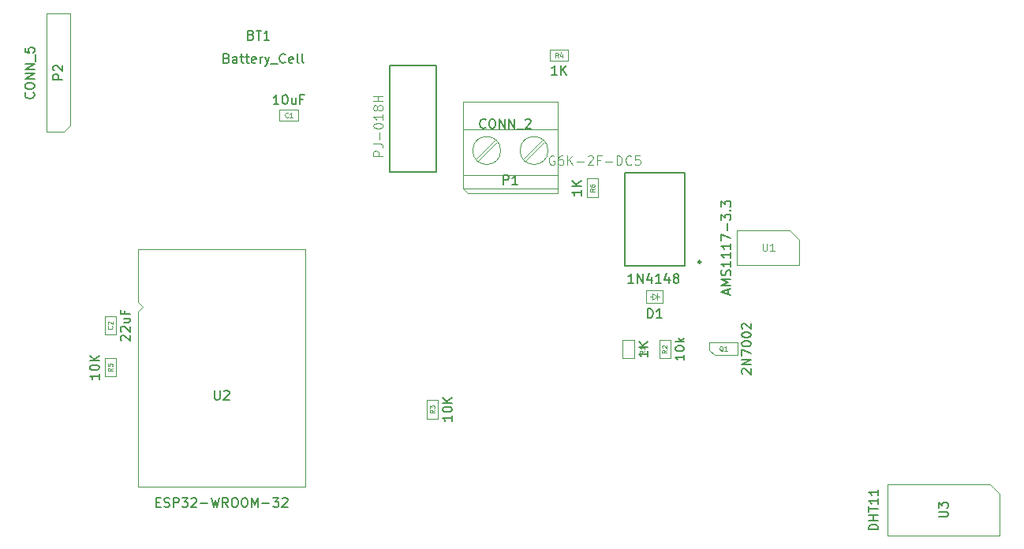
<source format=gbr>
G04 #@! TF.GenerationSoftware,KiCad,Pcbnew,5.1.5+dfsg1-2build2*
G04 #@! TF.CreationDate,2021-09-10T16:14:55+02:00*
G04 #@! TF.ProjectId,cronotempNuevo,63726f6e-6f74-4656-9d70-4e7565766f2e,rev?*
G04 #@! TF.SameCoordinates,Original*
G04 #@! TF.FileFunction,Other,Fab,Top*
%FSLAX46Y46*%
G04 Gerber Fmt 4.6, Leading zero omitted, Abs format (unit mm)*
G04 Created by KiCad (PCBNEW 5.1.5+dfsg1-2build2) date 2021-09-10 16:14:55*
%MOMM*%
%LPD*%
G04 APERTURE LIST*
%ADD10C,0.100000*%
%ADD11C,0.127000*%
%ADD12C,0.280000*%
%ADD13C,0.150000*%
%ADD14C,0.080000*%
%ADD15C,0.015000*%
%ADD16C,0.075000*%
%ADD17C,0.120000*%
G04 APERTURE END LIST*
D10*
X121250000Y-121350000D02*
X121250000Y-119350000D01*
X122450000Y-121350000D02*
X121250000Y-121350000D01*
X122450000Y-119350000D02*
X122450000Y-121350000D01*
X121250000Y-119350000D02*
X122450000Y-119350000D01*
X65151000Y-114300000D02*
X63246000Y-114300000D01*
X63246000Y-114300000D02*
X63246000Y-101600000D01*
X63246000Y-101600000D02*
X65786000Y-101600000D01*
X65786000Y-101600000D02*
X65786000Y-113665000D01*
X65786000Y-113665000D02*
X65151000Y-114300000D01*
X70700000Y-136100000D02*
X69500000Y-136100000D01*
X69500000Y-136100000D02*
X69500000Y-134100000D01*
X69500000Y-134100000D02*
X70700000Y-134100000D01*
X70700000Y-134100000D02*
X70700000Y-136100000D01*
X117250000Y-106700000D02*
X117250000Y-105500000D01*
X117250000Y-105500000D02*
X119250000Y-105500000D01*
X119250000Y-105500000D02*
X119250000Y-106700000D01*
X119250000Y-106700000D02*
X117250000Y-106700000D01*
D11*
X105116000Y-107242000D02*
X105116000Y-118642000D01*
X105116000Y-118642000D02*
X100116000Y-118642000D01*
X100116000Y-118642000D02*
X100116000Y-107242000D01*
X100116000Y-107242000D02*
X105116000Y-107242000D01*
D10*
X69500000Y-140600000D02*
X69500000Y-138600000D01*
X70700000Y-140600000D02*
X69500000Y-140600000D01*
X70700000Y-138600000D02*
X70700000Y-140600000D01*
X69500000Y-138600000D02*
X70700000Y-138600000D01*
X116525000Y-115194000D02*
X114433000Y-117287000D01*
X116708000Y-115377000D02*
X114616000Y-117470000D01*
X111445000Y-115194000D02*
X109352000Y-117287000D01*
X111628000Y-115377000D02*
X109535000Y-117470000D01*
X107950000Y-114032000D02*
X118110000Y-114032000D01*
X107950000Y-118932000D02*
X118110000Y-118932000D01*
X107950000Y-120432000D02*
X118110000Y-120432000D01*
X107950000Y-120432000D02*
X107950000Y-111132000D01*
X108450000Y-120932000D02*
X107950000Y-120432000D01*
X118110000Y-120932000D02*
X108450000Y-120932000D01*
X118110000Y-111132000D02*
X118110000Y-120932000D01*
X107950000Y-111132000D02*
X118110000Y-111132000D01*
X117070000Y-116332000D02*
G75*
G03X117070000Y-116332000I-1500000J0D01*
G01*
X111990000Y-116332000D02*
G75*
G03X111990000Y-116332000I-1500000J0D01*
G01*
X137420000Y-138300000D02*
X137420000Y-136900000D01*
X134380000Y-136900000D02*
X137420000Y-136900000D01*
X134950000Y-138300000D02*
X134380000Y-137750000D01*
X134380000Y-137750000D02*
X134380000Y-136900000D01*
X134950000Y-138300000D02*
X137400000Y-138300000D01*
X91050000Y-152415000D02*
X91050000Y-126910000D01*
X73050000Y-152415000D02*
X91050000Y-152415000D01*
X73050000Y-126910000D02*
X73050000Y-132635000D01*
X73050000Y-126910000D02*
X91050000Y-126910000D01*
X73050000Y-133635000D02*
X73050000Y-152415000D01*
X73550000Y-133135000D02*
X73050000Y-132635000D01*
X73050000Y-133635000D02*
X73550000Y-133135000D01*
X165540000Y-153150000D02*
X165540000Y-157650000D01*
X165540000Y-157650000D02*
X153540000Y-157650000D01*
X153540000Y-157650000D02*
X153540000Y-152150000D01*
X164540000Y-152150000D02*
X153540000Y-152150000D01*
X164540000Y-152150000D02*
X165540000Y-153150000D01*
X88250000Y-111950000D02*
X90250000Y-111950000D01*
X88250000Y-113150000D02*
X88250000Y-111950000D01*
X90250000Y-113150000D02*
X88250000Y-113150000D01*
X90250000Y-111950000D02*
X90250000Y-113150000D01*
X126300000Y-136650000D02*
X126300000Y-138650000D01*
X125100000Y-136650000D02*
X126300000Y-136650000D01*
X125100000Y-138650000D02*
X125100000Y-136650000D01*
X126300000Y-138650000D02*
X125100000Y-138650000D01*
X130200000Y-136650000D02*
X130200000Y-138650000D01*
X129000000Y-136650000D02*
X130200000Y-136650000D01*
X129000000Y-138650000D02*
X129000000Y-136650000D01*
X130200000Y-138650000D02*
X129000000Y-138650000D01*
X105250000Y-145100000D02*
X104050000Y-145100000D01*
X104050000Y-145100000D02*
X104050000Y-143100000D01*
X104050000Y-143100000D02*
X105250000Y-143100000D01*
X105250000Y-143100000D02*
X105250000Y-145100000D01*
D11*
X125274000Y-128698000D02*
X125274000Y-118698000D01*
X125274000Y-118698000D02*
X131774000Y-118698000D01*
X131774000Y-118698000D02*
X131774000Y-128698000D01*
X131774000Y-128698000D02*
X125274000Y-128698000D01*
D12*
X133464000Y-128298000D02*
G75*
G03X133464000Y-128298000I-140000J0D01*
G01*
D10*
X129400000Y-132700000D02*
X127600000Y-132700000D01*
X127600000Y-132700000D02*
X127600000Y-131300000D01*
X127600000Y-131300000D02*
X129400000Y-131300000D01*
X129400000Y-131300000D02*
X129400000Y-132700000D01*
X128800000Y-132350000D02*
X128800000Y-131650000D01*
X128800000Y-132000000D02*
X129000000Y-132000000D01*
X128800000Y-132000000D02*
X128300000Y-132350000D01*
X128300000Y-132350000D02*
X128300000Y-131650000D01*
X128300000Y-131650000D02*
X128800000Y-132000000D01*
X128300000Y-132000000D02*
X128050000Y-132000000D01*
X143016000Y-124896000D02*
X144066000Y-125946000D01*
X143016000Y-124896000D02*
X137366000Y-124896000D01*
X144066000Y-125946000D02*
X144066000Y-128596000D01*
X137366000Y-124896000D02*
X137366000Y-128596000D01*
X144066000Y-128596000D02*
X137366000Y-128596000D01*
D13*
X120652380Y-120564285D02*
X120652380Y-121135714D01*
X120652380Y-120850000D02*
X119652380Y-120850000D01*
X119795238Y-120945238D01*
X119890476Y-121040476D01*
X119938095Y-121135714D01*
X120652380Y-120135714D02*
X119652380Y-120135714D01*
X120652380Y-119564285D02*
X120080952Y-119992857D01*
X119652380Y-119564285D02*
X120223809Y-120135714D01*
D14*
X122076190Y-120433333D02*
X121838095Y-120600000D01*
X122076190Y-120719047D02*
X121576190Y-120719047D01*
X121576190Y-120528571D01*
X121600000Y-120480952D01*
X121623809Y-120457142D01*
X121671428Y-120433333D01*
X121742857Y-120433333D01*
X121790476Y-120457142D01*
X121814285Y-120480952D01*
X121838095Y-120528571D01*
X121838095Y-120719047D01*
X121576190Y-120004761D02*
X121576190Y-120100000D01*
X121600000Y-120147619D01*
X121623809Y-120171428D01*
X121695238Y-120219047D01*
X121790476Y-120242857D01*
X121980952Y-120242857D01*
X122028571Y-120219047D01*
X122052380Y-120195238D01*
X122076190Y-120147619D01*
X122076190Y-120052380D01*
X122052380Y-120004761D01*
X122028571Y-119980952D01*
X121980952Y-119957142D01*
X121861904Y-119957142D01*
X121814285Y-119980952D01*
X121790476Y-120004761D01*
X121766666Y-120052380D01*
X121766666Y-120147619D01*
X121790476Y-120195238D01*
X121814285Y-120219047D01*
X121861904Y-120242857D01*
D13*
X61857142Y-110119047D02*
X61904761Y-110166666D01*
X61952380Y-110309523D01*
X61952380Y-110404761D01*
X61904761Y-110547619D01*
X61809523Y-110642857D01*
X61714285Y-110690476D01*
X61523809Y-110738095D01*
X61380952Y-110738095D01*
X61190476Y-110690476D01*
X61095238Y-110642857D01*
X61000000Y-110547619D01*
X60952380Y-110404761D01*
X60952380Y-110309523D01*
X61000000Y-110166666D01*
X61047619Y-110119047D01*
X60952380Y-109500000D02*
X60952380Y-109309523D01*
X61000000Y-109214285D01*
X61095238Y-109119047D01*
X61285714Y-109071428D01*
X61619047Y-109071428D01*
X61809523Y-109119047D01*
X61904761Y-109214285D01*
X61952380Y-109309523D01*
X61952380Y-109500000D01*
X61904761Y-109595238D01*
X61809523Y-109690476D01*
X61619047Y-109738095D01*
X61285714Y-109738095D01*
X61095238Y-109690476D01*
X61000000Y-109595238D01*
X60952380Y-109500000D01*
X61952380Y-108642857D02*
X60952380Y-108642857D01*
X61952380Y-108071428D01*
X60952380Y-108071428D01*
X61952380Y-107595238D02*
X60952380Y-107595238D01*
X61952380Y-107023809D01*
X60952380Y-107023809D01*
X62047619Y-106785714D02*
X62047619Y-106023809D01*
X60952380Y-105309523D02*
X60952380Y-105785714D01*
X61428571Y-105833333D01*
X61380952Y-105785714D01*
X61333333Y-105690476D01*
X61333333Y-105452380D01*
X61380952Y-105357142D01*
X61428571Y-105309523D01*
X61523809Y-105261904D01*
X61761904Y-105261904D01*
X61857142Y-105309523D01*
X61904761Y-105357142D01*
X61952380Y-105452380D01*
X61952380Y-105690476D01*
X61904761Y-105785714D01*
X61857142Y-105833333D01*
X64968380Y-108688095D02*
X63968380Y-108688095D01*
X63968380Y-108307142D01*
X64016000Y-108211904D01*
X64063619Y-108164285D01*
X64158857Y-108116666D01*
X64301714Y-108116666D01*
X64396952Y-108164285D01*
X64444571Y-108211904D01*
X64492190Y-108307142D01*
X64492190Y-108688095D01*
X64063619Y-107735714D02*
X64016000Y-107688095D01*
X63968380Y-107592857D01*
X63968380Y-107354761D01*
X64016000Y-107259523D01*
X64063619Y-107211904D01*
X64158857Y-107164285D01*
X64254095Y-107164285D01*
X64396952Y-107211904D01*
X64968380Y-107783333D01*
X64968380Y-107164285D01*
X71297619Y-136742857D02*
X71250000Y-136695238D01*
X71202380Y-136600000D01*
X71202380Y-136361904D01*
X71250000Y-136266666D01*
X71297619Y-136219047D01*
X71392857Y-136171428D01*
X71488095Y-136171428D01*
X71630952Y-136219047D01*
X72202380Y-136790476D01*
X72202380Y-136171428D01*
X71297619Y-135790476D02*
X71250000Y-135742857D01*
X71202380Y-135647619D01*
X71202380Y-135409523D01*
X71250000Y-135314285D01*
X71297619Y-135266666D01*
X71392857Y-135219047D01*
X71488095Y-135219047D01*
X71630952Y-135266666D01*
X72202380Y-135838095D01*
X72202380Y-135219047D01*
X71535714Y-134361904D02*
X72202380Y-134361904D01*
X71535714Y-134790476D02*
X72059523Y-134790476D01*
X72154761Y-134742857D01*
X72202380Y-134647619D01*
X72202380Y-134504761D01*
X72154761Y-134409523D01*
X72107142Y-134361904D01*
X71678571Y-133552380D02*
X71678571Y-133885714D01*
X72202380Y-133885714D02*
X71202380Y-133885714D01*
X71202380Y-133409523D01*
D14*
X70278571Y-135183333D02*
X70302380Y-135207142D01*
X70326190Y-135278571D01*
X70326190Y-135326190D01*
X70302380Y-135397619D01*
X70254761Y-135445238D01*
X70207142Y-135469047D01*
X70111904Y-135492857D01*
X70040476Y-135492857D01*
X69945238Y-135469047D01*
X69897619Y-135445238D01*
X69850000Y-135397619D01*
X69826190Y-135326190D01*
X69826190Y-135278571D01*
X69850000Y-135207142D01*
X69873809Y-135183333D01*
X69873809Y-134992857D02*
X69850000Y-134969047D01*
X69826190Y-134921428D01*
X69826190Y-134802380D01*
X69850000Y-134754761D01*
X69873809Y-134730952D01*
X69921428Y-134707142D01*
X69969047Y-134707142D01*
X70040476Y-134730952D01*
X70326190Y-135016666D01*
X70326190Y-134707142D01*
D13*
X118035714Y-108202380D02*
X117464285Y-108202380D01*
X117750000Y-108202380D02*
X117750000Y-107202380D01*
X117654761Y-107345238D01*
X117559523Y-107440476D01*
X117464285Y-107488095D01*
X118464285Y-108202380D02*
X118464285Y-107202380D01*
X119035714Y-108202380D02*
X118607142Y-107630952D01*
X119035714Y-107202380D02*
X118464285Y-107773809D01*
D14*
X118166666Y-106326190D02*
X118000000Y-106088095D01*
X117880952Y-106326190D02*
X117880952Y-105826190D01*
X118071428Y-105826190D01*
X118119047Y-105850000D01*
X118142857Y-105873809D01*
X118166666Y-105921428D01*
X118166666Y-105992857D01*
X118142857Y-106040476D01*
X118119047Y-106064285D01*
X118071428Y-106088095D01*
X117880952Y-106088095D01*
X118595238Y-105992857D02*
X118595238Y-106326190D01*
X118476190Y-105802380D02*
X118357142Y-106159523D01*
X118666666Y-106159523D01*
D15*
X99338477Y-116915435D02*
X98336981Y-116915435D01*
X98336981Y-116533913D01*
X98384672Y-116438532D01*
X98432362Y-116390842D01*
X98527742Y-116343151D01*
X98670813Y-116343151D01*
X98766194Y-116390842D01*
X98813884Y-116438532D01*
X98861574Y-116533913D01*
X98861574Y-116915435D01*
X98336981Y-115627797D02*
X99052336Y-115627797D01*
X99195406Y-115675487D01*
X99290787Y-115770868D01*
X99338477Y-115913939D01*
X99338477Y-116009319D01*
X98956955Y-115150894D02*
X98956955Y-114387850D01*
X98336981Y-113720186D02*
X98336981Y-113624805D01*
X98384672Y-113529425D01*
X98432362Y-113481734D01*
X98527742Y-113434044D01*
X98718504Y-113386354D01*
X98956955Y-113386354D01*
X99147716Y-113434044D01*
X99243097Y-113481734D01*
X99290787Y-113529425D01*
X99338477Y-113624805D01*
X99338477Y-113720186D01*
X99290787Y-113815566D01*
X99243097Y-113863257D01*
X99147716Y-113910947D01*
X98956955Y-113958637D01*
X98718504Y-113958637D01*
X98527742Y-113910947D01*
X98432362Y-113863257D01*
X98384672Y-113815566D01*
X98336981Y-113720186D01*
X99338477Y-112432548D02*
X99338477Y-113004831D01*
X99338477Y-112718690D02*
X98336981Y-112718690D01*
X98480052Y-112814070D01*
X98575433Y-112909451D01*
X98623123Y-113004831D01*
X98766194Y-111860265D02*
X98718504Y-111955645D01*
X98670813Y-112003335D01*
X98575433Y-112051026D01*
X98527742Y-112051026D01*
X98432362Y-112003335D01*
X98384672Y-111955645D01*
X98336981Y-111860265D01*
X98336981Y-111669503D01*
X98384672Y-111574123D01*
X98432362Y-111526433D01*
X98527742Y-111478742D01*
X98575433Y-111478742D01*
X98670813Y-111526433D01*
X98718504Y-111574123D01*
X98766194Y-111669503D01*
X98766194Y-111860265D01*
X98813884Y-111955645D01*
X98861574Y-112003335D01*
X98956955Y-112051026D01*
X99147716Y-112051026D01*
X99243097Y-112003335D01*
X99290787Y-111955645D01*
X99338477Y-111860265D01*
X99338477Y-111669503D01*
X99290787Y-111574123D01*
X99243097Y-111526433D01*
X99147716Y-111478742D01*
X98956955Y-111478742D01*
X98861574Y-111526433D01*
X98813884Y-111574123D01*
X98766194Y-111669503D01*
X99338477Y-111049530D02*
X98336981Y-111049530D01*
X98813884Y-111049530D02*
X98813884Y-110477246D01*
X99338477Y-110477246D02*
X98336981Y-110477246D01*
D13*
X68902380Y-140290476D02*
X68902380Y-140861904D01*
X68902380Y-140576190D02*
X67902380Y-140576190D01*
X68045238Y-140671428D01*
X68140476Y-140766666D01*
X68188095Y-140861904D01*
X67902380Y-139671428D02*
X67902380Y-139576190D01*
X67950000Y-139480952D01*
X67997619Y-139433333D01*
X68092857Y-139385714D01*
X68283333Y-139338095D01*
X68521428Y-139338095D01*
X68711904Y-139385714D01*
X68807142Y-139433333D01*
X68854761Y-139480952D01*
X68902380Y-139576190D01*
X68902380Y-139671428D01*
X68854761Y-139766666D01*
X68807142Y-139814285D01*
X68711904Y-139861904D01*
X68521428Y-139909523D01*
X68283333Y-139909523D01*
X68092857Y-139861904D01*
X67997619Y-139814285D01*
X67950000Y-139766666D01*
X67902380Y-139671428D01*
X68902380Y-138909523D02*
X67902380Y-138909523D01*
X68902380Y-138338095D02*
X68330952Y-138766666D01*
X67902380Y-138338095D02*
X68473809Y-138909523D01*
D14*
X70326190Y-139683333D02*
X70088095Y-139850000D01*
X70326190Y-139969047D02*
X69826190Y-139969047D01*
X69826190Y-139778571D01*
X69850000Y-139730952D01*
X69873809Y-139707142D01*
X69921428Y-139683333D01*
X69992857Y-139683333D01*
X70040476Y-139707142D01*
X70064285Y-139730952D01*
X70088095Y-139778571D01*
X70088095Y-139969047D01*
X69826190Y-139230952D02*
X69826190Y-139469047D01*
X70064285Y-139492857D01*
X70040476Y-139469047D01*
X70016666Y-139421428D01*
X70016666Y-139302380D01*
X70040476Y-139254761D01*
X70064285Y-139230952D01*
X70111904Y-139207142D01*
X70230952Y-139207142D01*
X70278571Y-139230952D01*
X70302380Y-139254761D01*
X70326190Y-139302380D01*
X70326190Y-139421428D01*
X70302380Y-139469047D01*
X70278571Y-139492857D01*
D13*
X110380952Y-113857142D02*
X110333333Y-113904761D01*
X110190476Y-113952380D01*
X110095238Y-113952380D01*
X109952380Y-113904761D01*
X109857142Y-113809523D01*
X109809523Y-113714285D01*
X109761904Y-113523809D01*
X109761904Y-113380952D01*
X109809523Y-113190476D01*
X109857142Y-113095238D01*
X109952380Y-113000000D01*
X110095238Y-112952380D01*
X110190476Y-112952380D01*
X110333333Y-113000000D01*
X110380952Y-113047619D01*
X111000000Y-112952380D02*
X111190476Y-112952380D01*
X111285714Y-113000000D01*
X111380952Y-113095238D01*
X111428571Y-113285714D01*
X111428571Y-113619047D01*
X111380952Y-113809523D01*
X111285714Y-113904761D01*
X111190476Y-113952380D01*
X111000000Y-113952380D01*
X110904761Y-113904761D01*
X110809523Y-113809523D01*
X110761904Y-113619047D01*
X110761904Y-113285714D01*
X110809523Y-113095238D01*
X110904761Y-113000000D01*
X111000000Y-112952380D01*
X111857142Y-113952380D02*
X111857142Y-112952380D01*
X112428571Y-113952380D01*
X112428571Y-112952380D01*
X112904761Y-113952380D02*
X112904761Y-112952380D01*
X113476190Y-113952380D01*
X113476190Y-112952380D01*
X113714285Y-114047619D02*
X114476190Y-114047619D01*
X114666666Y-113047619D02*
X114714285Y-113000000D01*
X114809523Y-112952380D01*
X115047619Y-112952380D01*
X115142857Y-113000000D01*
X115190476Y-113047619D01*
X115238095Y-113142857D01*
X115238095Y-113238095D01*
X115190476Y-113380952D01*
X114619047Y-113952380D01*
X115238095Y-113952380D01*
X112291904Y-119984380D02*
X112291904Y-118984380D01*
X112672857Y-118984380D01*
X112768095Y-119032000D01*
X112815714Y-119079619D01*
X112863333Y-119174857D01*
X112863333Y-119317714D01*
X112815714Y-119412952D01*
X112768095Y-119460571D01*
X112672857Y-119508190D01*
X112291904Y-119508190D01*
X113815714Y-119984380D02*
X113244285Y-119984380D01*
X113530000Y-119984380D02*
X113530000Y-118984380D01*
X113434761Y-119127238D01*
X113339523Y-119222476D01*
X113244285Y-119270095D01*
X137947619Y-140314285D02*
X137900000Y-140266666D01*
X137852380Y-140171428D01*
X137852380Y-139933333D01*
X137900000Y-139838095D01*
X137947619Y-139790476D01*
X138042857Y-139742857D01*
X138138095Y-139742857D01*
X138280952Y-139790476D01*
X138852380Y-140361904D01*
X138852380Y-139742857D01*
X138852380Y-139314285D02*
X137852380Y-139314285D01*
X138852380Y-138742857D01*
X137852380Y-138742857D01*
X137852380Y-138361904D02*
X137852380Y-137695238D01*
X138852380Y-138123809D01*
X137852380Y-137123809D02*
X137852380Y-137028571D01*
X137900000Y-136933333D01*
X137947619Y-136885714D01*
X138042857Y-136838095D01*
X138233333Y-136790476D01*
X138471428Y-136790476D01*
X138661904Y-136838095D01*
X138757142Y-136885714D01*
X138804761Y-136933333D01*
X138852380Y-137028571D01*
X138852380Y-137123809D01*
X138804761Y-137219047D01*
X138757142Y-137266666D01*
X138661904Y-137314285D01*
X138471428Y-137361904D01*
X138233333Y-137361904D01*
X138042857Y-137314285D01*
X137947619Y-137266666D01*
X137900000Y-137219047D01*
X137852380Y-137123809D01*
X137852380Y-136171428D02*
X137852380Y-136076190D01*
X137900000Y-135980952D01*
X137947619Y-135933333D01*
X138042857Y-135885714D01*
X138233333Y-135838095D01*
X138471428Y-135838095D01*
X138661904Y-135885714D01*
X138757142Y-135933333D01*
X138804761Y-135980952D01*
X138852380Y-136076190D01*
X138852380Y-136171428D01*
X138804761Y-136266666D01*
X138757142Y-136314285D01*
X138661904Y-136361904D01*
X138471428Y-136409523D01*
X138233333Y-136409523D01*
X138042857Y-136361904D01*
X137947619Y-136314285D01*
X137900000Y-136266666D01*
X137852380Y-136171428D01*
X137947619Y-135457142D02*
X137900000Y-135409523D01*
X137852380Y-135314285D01*
X137852380Y-135076190D01*
X137900000Y-134980952D01*
X137947619Y-134933333D01*
X138042857Y-134885714D01*
X138138095Y-134885714D01*
X138280952Y-134933333D01*
X138852380Y-135504761D01*
X138852380Y-134885714D01*
D16*
X135852380Y-137873809D02*
X135804761Y-137850000D01*
X135757142Y-137802380D01*
X135685714Y-137730952D01*
X135638095Y-137707142D01*
X135590476Y-137707142D01*
X135614285Y-137826190D02*
X135566666Y-137802380D01*
X135519047Y-137754761D01*
X135495238Y-137659523D01*
X135495238Y-137492857D01*
X135519047Y-137397619D01*
X135566666Y-137350000D01*
X135614285Y-137326190D01*
X135709523Y-137326190D01*
X135757142Y-137350000D01*
X135804761Y-137397619D01*
X135828571Y-137492857D01*
X135828571Y-137659523D01*
X135804761Y-137754761D01*
X135757142Y-137802380D01*
X135709523Y-137826190D01*
X135614285Y-137826190D01*
X136304761Y-137826190D02*
X136019047Y-137826190D01*
X136161904Y-137826190D02*
X136161904Y-137326190D01*
X136114285Y-137397619D01*
X136066666Y-137445238D01*
X136019047Y-137469047D01*
D13*
X82595238Y-106428571D02*
X82738095Y-106476190D01*
X82785714Y-106523809D01*
X82833333Y-106619047D01*
X82833333Y-106761904D01*
X82785714Y-106857142D01*
X82738095Y-106904761D01*
X82642857Y-106952380D01*
X82261904Y-106952380D01*
X82261904Y-105952380D01*
X82595238Y-105952380D01*
X82690476Y-106000000D01*
X82738095Y-106047619D01*
X82785714Y-106142857D01*
X82785714Y-106238095D01*
X82738095Y-106333333D01*
X82690476Y-106380952D01*
X82595238Y-106428571D01*
X82261904Y-106428571D01*
X83690476Y-106952380D02*
X83690476Y-106428571D01*
X83642857Y-106333333D01*
X83547619Y-106285714D01*
X83357142Y-106285714D01*
X83261904Y-106333333D01*
X83690476Y-106904761D02*
X83595238Y-106952380D01*
X83357142Y-106952380D01*
X83261904Y-106904761D01*
X83214285Y-106809523D01*
X83214285Y-106714285D01*
X83261904Y-106619047D01*
X83357142Y-106571428D01*
X83595238Y-106571428D01*
X83690476Y-106523809D01*
X84023809Y-106285714D02*
X84404761Y-106285714D01*
X84166666Y-105952380D02*
X84166666Y-106809523D01*
X84214285Y-106904761D01*
X84309523Y-106952380D01*
X84404761Y-106952380D01*
X84595238Y-106285714D02*
X84976190Y-106285714D01*
X84738095Y-105952380D02*
X84738095Y-106809523D01*
X84785714Y-106904761D01*
X84880952Y-106952380D01*
X84976190Y-106952380D01*
X85690476Y-106904761D02*
X85595238Y-106952380D01*
X85404761Y-106952380D01*
X85309523Y-106904761D01*
X85261904Y-106809523D01*
X85261904Y-106428571D01*
X85309523Y-106333333D01*
X85404761Y-106285714D01*
X85595238Y-106285714D01*
X85690476Y-106333333D01*
X85738095Y-106428571D01*
X85738095Y-106523809D01*
X85261904Y-106619047D01*
X86166666Y-106952380D02*
X86166666Y-106285714D01*
X86166666Y-106476190D02*
X86214285Y-106380952D01*
X86261904Y-106333333D01*
X86357142Y-106285714D01*
X86452380Y-106285714D01*
X86690476Y-106285714D02*
X86928571Y-106952380D01*
X87166666Y-106285714D02*
X86928571Y-106952380D01*
X86833333Y-107190476D01*
X86785714Y-107238095D01*
X86690476Y-107285714D01*
X87309523Y-107047619D02*
X88071428Y-107047619D01*
X88880952Y-106857142D02*
X88833333Y-106904761D01*
X88690476Y-106952380D01*
X88595238Y-106952380D01*
X88452380Y-106904761D01*
X88357142Y-106809523D01*
X88309523Y-106714285D01*
X88261904Y-106523809D01*
X88261904Y-106380952D01*
X88309523Y-106190476D01*
X88357142Y-106095238D01*
X88452380Y-106000000D01*
X88595238Y-105952380D01*
X88690476Y-105952380D01*
X88833333Y-106000000D01*
X88880952Y-106047619D01*
X89690476Y-106904761D02*
X89595238Y-106952380D01*
X89404761Y-106952380D01*
X89309523Y-106904761D01*
X89261904Y-106809523D01*
X89261904Y-106428571D01*
X89309523Y-106333333D01*
X89404761Y-106285714D01*
X89595238Y-106285714D01*
X89690476Y-106333333D01*
X89738095Y-106428571D01*
X89738095Y-106523809D01*
X89261904Y-106619047D01*
X90309523Y-106952380D02*
X90214285Y-106904761D01*
X90166666Y-106809523D01*
X90166666Y-105952380D01*
X90833333Y-106952380D02*
X90738095Y-106904761D01*
X90690476Y-106809523D01*
X90690476Y-105952380D01*
X85214285Y-103928571D02*
X85357142Y-103976190D01*
X85404761Y-104023809D01*
X85452380Y-104119047D01*
X85452380Y-104261904D01*
X85404761Y-104357142D01*
X85357142Y-104404761D01*
X85261904Y-104452380D01*
X84880952Y-104452380D01*
X84880952Y-103452380D01*
X85214285Y-103452380D01*
X85309523Y-103500000D01*
X85357142Y-103547619D01*
X85404761Y-103642857D01*
X85404761Y-103738095D01*
X85357142Y-103833333D01*
X85309523Y-103880952D01*
X85214285Y-103928571D01*
X84880952Y-103928571D01*
X85738095Y-103452380D02*
X86309523Y-103452380D01*
X86023809Y-104452380D02*
X86023809Y-103452380D01*
X87166666Y-104452380D02*
X86595238Y-104452380D01*
X86880952Y-104452380D02*
X86880952Y-103452380D01*
X86785714Y-103595238D01*
X86690476Y-103690476D01*
X86595238Y-103738095D01*
X75026190Y-154083571D02*
X75359523Y-154083571D01*
X75502380Y-154607380D02*
X75026190Y-154607380D01*
X75026190Y-153607380D01*
X75502380Y-153607380D01*
X75883333Y-154559761D02*
X76026190Y-154607380D01*
X76264285Y-154607380D01*
X76359523Y-154559761D01*
X76407142Y-154512142D01*
X76454761Y-154416904D01*
X76454761Y-154321666D01*
X76407142Y-154226428D01*
X76359523Y-154178809D01*
X76264285Y-154131190D01*
X76073809Y-154083571D01*
X75978571Y-154035952D01*
X75930952Y-153988333D01*
X75883333Y-153893095D01*
X75883333Y-153797857D01*
X75930952Y-153702619D01*
X75978571Y-153655000D01*
X76073809Y-153607380D01*
X76311904Y-153607380D01*
X76454761Y-153655000D01*
X76883333Y-154607380D02*
X76883333Y-153607380D01*
X77264285Y-153607380D01*
X77359523Y-153655000D01*
X77407142Y-153702619D01*
X77454761Y-153797857D01*
X77454761Y-153940714D01*
X77407142Y-154035952D01*
X77359523Y-154083571D01*
X77264285Y-154131190D01*
X76883333Y-154131190D01*
X77788095Y-153607380D02*
X78407142Y-153607380D01*
X78073809Y-153988333D01*
X78216666Y-153988333D01*
X78311904Y-154035952D01*
X78359523Y-154083571D01*
X78407142Y-154178809D01*
X78407142Y-154416904D01*
X78359523Y-154512142D01*
X78311904Y-154559761D01*
X78216666Y-154607380D01*
X77930952Y-154607380D01*
X77835714Y-154559761D01*
X77788095Y-154512142D01*
X78788095Y-153702619D02*
X78835714Y-153655000D01*
X78930952Y-153607380D01*
X79169047Y-153607380D01*
X79264285Y-153655000D01*
X79311904Y-153702619D01*
X79359523Y-153797857D01*
X79359523Y-153893095D01*
X79311904Y-154035952D01*
X78740476Y-154607380D01*
X79359523Y-154607380D01*
X79788095Y-154226428D02*
X80550000Y-154226428D01*
X80930952Y-153607380D02*
X81169047Y-154607380D01*
X81359523Y-153893095D01*
X81550000Y-154607380D01*
X81788095Y-153607380D01*
X82740476Y-154607380D02*
X82407142Y-154131190D01*
X82169047Y-154607380D02*
X82169047Y-153607380D01*
X82550000Y-153607380D01*
X82645238Y-153655000D01*
X82692857Y-153702619D01*
X82740476Y-153797857D01*
X82740476Y-153940714D01*
X82692857Y-154035952D01*
X82645238Y-154083571D01*
X82550000Y-154131190D01*
X82169047Y-154131190D01*
X83359523Y-153607380D02*
X83550000Y-153607380D01*
X83645238Y-153655000D01*
X83740476Y-153750238D01*
X83788095Y-153940714D01*
X83788095Y-154274047D01*
X83740476Y-154464523D01*
X83645238Y-154559761D01*
X83550000Y-154607380D01*
X83359523Y-154607380D01*
X83264285Y-154559761D01*
X83169047Y-154464523D01*
X83121428Y-154274047D01*
X83121428Y-153940714D01*
X83169047Y-153750238D01*
X83264285Y-153655000D01*
X83359523Y-153607380D01*
X84407142Y-153607380D02*
X84597619Y-153607380D01*
X84692857Y-153655000D01*
X84788095Y-153750238D01*
X84835714Y-153940714D01*
X84835714Y-154274047D01*
X84788095Y-154464523D01*
X84692857Y-154559761D01*
X84597619Y-154607380D01*
X84407142Y-154607380D01*
X84311904Y-154559761D01*
X84216666Y-154464523D01*
X84169047Y-154274047D01*
X84169047Y-153940714D01*
X84216666Y-153750238D01*
X84311904Y-153655000D01*
X84407142Y-153607380D01*
X85264285Y-154607380D02*
X85264285Y-153607380D01*
X85597619Y-154321666D01*
X85930952Y-153607380D01*
X85930952Y-154607380D01*
X86407142Y-154226428D02*
X87169047Y-154226428D01*
X87550000Y-153607380D02*
X88169047Y-153607380D01*
X87835714Y-153988333D01*
X87978571Y-153988333D01*
X88073809Y-154035952D01*
X88121428Y-154083571D01*
X88169047Y-154178809D01*
X88169047Y-154416904D01*
X88121428Y-154512142D01*
X88073809Y-154559761D01*
X87978571Y-154607380D01*
X87692857Y-154607380D01*
X87597619Y-154559761D01*
X87550000Y-154512142D01*
X88550000Y-153702619D02*
X88597619Y-153655000D01*
X88692857Y-153607380D01*
X88930952Y-153607380D01*
X89026190Y-153655000D01*
X89073809Y-153702619D01*
X89121428Y-153797857D01*
X89121428Y-153893095D01*
X89073809Y-154035952D01*
X88502380Y-154607380D01*
X89121428Y-154607380D01*
X81288095Y-142107380D02*
X81288095Y-142916904D01*
X81335714Y-143012142D01*
X81383333Y-143059761D01*
X81478571Y-143107380D01*
X81669047Y-143107380D01*
X81764285Y-143059761D01*
X81811904Y-143012142D01*
X81859523Y-142916904D01*
X81859523Y-142107380D01*
X82288095Y-142202619D02*
X82335714Y-142155000D01*
X82430952Y-142107380D01*
X82669047Y-142107380D01*
X82764285Y-142155000D01*
X82811904Y-142202619D01*
X82859523Y-142297857D01*
X82859523Y-142393095D01*
X82811904Y-142535952D01*
X82240476Y-143107380D01*
X82859523Y-143107380D01*
X152502380Y-157019047D02*
X151502380Y-157019047D01*
X151502380Y-156780952D01*
X151550000Y-156638095D01*
X151645238Y-156542857D01*
X151740476Y-156495238D01*
X151930952Y-156447619D01*
X152073809Y-156447619D01*
X152264285Y-156495238D01*
X152359523Y-156542857D01*
X152454761Y-156638095D01*
X152502380Y-156780952D01*
X152502380Y-157019047D01*
X152502380Y-156019047D02*
X151502380Y-156019047D01*
X151978571Y-156019047D02*
X151978571Y-155447619D01*
X152502380Y-155447619D02*
X151502380Y-155447619D01*
X151502380Y-155114285D02*
X151502380Y-154542857D01*
X152502380Y-154828571D02*
X151502380Y-154828571D01*
X152502380Y-153685714D02*
X152502380Y-154257142D01*
X152502380Y-153971428D02*
X151502380Y-153971428D01*
X151645238Y-154066666D01*
X151740476Y-154161904D01*
X151788095Y-154257142D01*
X152502380Y-152733333D02*
X152502380Y-153304761D01*
X152502380Y-153019047D02*
X151502380Y-153019047D01*
X151645238Y-153114285D01*
X151740476Y-153209523D01*
X151788095Y-153304761D01*
X158992380Y-155661904D02*
X159801904Y-155661904D01*
X159897142Y-155614285D01*
X159944761Y-155566666D01*
X159992380Y-155471428D01*
X159992380Y-155280952D01*
X159944761Y-155185714D01*
X159897142Y-155138095D01*
X159801904Y-155090476D01*
X158992380Y-155090476D01*
X158992380Y-154709523D02*
X158992380Y-154090476D01*
X159373333Y-154423809D01*
X159373333Y-154280952D01*
X159420952Y-154185714D01*
X159468571Y-154138095D01*
X159563809Y-154090476D01*
X159801904Y-154090476D01*
X159897142Y-154138095D01*
X159944761Y-154185714D01*
X159992380Y-154280952D01*
X159992380Y-154566666D01*
X159944761Y-154661904D01*
X159897142Y-154709523D01*
X88178571Y-111352380D02*
X87607142Y-111352380D01*
X87892857Y-111352380D02*
X87892857Y-110352380D01*
X87797619Y-110495238D01*
X87702380Y-110590476D01*
X87607142Y-110638095D01*
X88797619Y-110352380D02*
X88892857Y-110352380D01*
X88988095Y-110400000D01*
X89035714Y-110447619D01*
X89083333Y-110542857D01*
X89130952Y-110733333D01*
X89130952Y-110971428D01*
X89083333Y-111161904D01*
X89035714Y-111257142D01*
X88988095Y-111304761D01*
X88892857Y-111352380D01*
X88797619Y-111352380D01*
X88702380Y-111304761D01*
X88654761Y-111257142D01*
X88607142Y-111161904D01*
X88559523Y-110971428D01*
X88559523Y-110733333D01*
X88607142Y-110542857D01*
X88654761Y-110447619D01*
X88702380Y-110400000D01*
X88797619Y-110352380D01*
X89988095Y-110685714D02*
X89988095Y-111352380D01*
X89559523Y-110685714D02*
X89559523Y-111209523D01*
X89607142Y-111304761D01*
X89702380Y-111352380D01*
X89845238Y-111352380D01*
X89940476Y-111304761D01*
X89988095Y-111257142D01*
X90797619Y-110828571D02*
X90464285Y-110828571D01*
X90464285Y-111352380D02*
X90464285Y-110352380D01*
X90940476Y-110352380D01*
D14*
X89166666Y-112728571D02*
X89142857Y-112752380D01*
X89071428Y-112776190D01*
X89023809Y-112776190D01*
X88952380Y-112752380D01*
X88904761Y-112704761D01*
X88880952Y-112657142D01*
X88857142Y-112561904D01*
X88857142Y-112490476D01*
X88880952Y-112395238D01*
X88904761Y-112347619D01*
X88952380Y-112300000D01*
X89023809Y-112276190D01*
X89071428Y-112276190D01*
X89142857Y-112300000D01*
X89166666Y-112323809D01*
X89642857Y-112776190D02*
X89357142Y-112776190D01*
X89500000Y-112776190D02*
X89500000Y-112276190D01*
X89452380Y-112347619D01*
X89404761Y-112395238D01*
X89357142Y-112419047D01*
D13*
X127802380Y-137864285D02*
X127802380Y-138435714D01*
X127802380Y-138150000D02*
X126802380Y-138150000D01*
X126945238Y-138245238D01*
X127040476Y-138340476D01*
X127088095Y-138435714D01*
X127802380Y-137435714D02*
X126802380Y-137435714D01*
X127802380Y-136864285D02*
X127230952Y-137292857D01*
X126802380Y-136864285D02*
X127373809Y-137435714D01*
D14*
X127426190Y-137833333D02*
X127188095Y-138000000D01*
X127426190Y-138119047D02*
X126926190Y-138119047D01*
X126926190Y-137928571D01*
X126950000Y-137880952D01*
X126973809Y-137857142D01*
X127021428Y-137833333D01*
X127092857Y-137833333D01*
X127140476Y-137857142D01*
X127164285Y-137880952D01*
X127188095Y-137928571D01*
X127188095Y-138119047D01*
X127426190Y-137357142D02*
X127426190Y-137642857D01*
X127426190Y-137500000D02*
X126926190Y-137500000D01*
X126997619Y-137547619D01*
X127045238Y-137595238D01*
X127069047Y-137642857D01*
D13*
X131702380Y-138245238D02*
X131702380Y-138816666D01*
X131702380Y-138530952D02*
X130702380Y-138530952D01*
X130845238Y-138626190D01*
X130940476Y-138721428D01*
X130988095Y-138816666D01*
X130702380Y-137626190D02*
X130702380Y-137530952D01*
X130750000Y-137435714D01*
X130797619Y-137388095D01*
X130892857Y-137340476D01*
X131083333Y-137292857D01*
X131321428Y-137292857D01*
X131511904Y-137340476D01*
X131607142Y-137388095D01*
X131654761Y-137435714D01*
X131702380Y-137530952D01*
X131702380Y-137626190D01*
X131654761Y-137721428D01*
X131607142Y-137769047D01*
X131511904Y-137816666D01*
X131321428Y-137864285D01*
X131083333Y-137864285D01*
X130892857Y-137816666D01*
X130797619Y-137769047D01*
X130750000Y-137721428D01*
X130702380Y-137626190D01*
X131702380Y-136864285D02*
X130702380Y-136864285D01*
X131321428Y-136769047D02*
X131702380Y-136483333D01*
X131035714Y-136483333D02*
X131416666Y-136864285D01*
D14*
X129826190Y-137733333D02*
X129588095Y-137900000D01*
X129826190Y-138019047D02*
X129326190Y-138019047D01*
X129326190Y-137828571D01*
X129350000Y-137780952D01*
X129373809Y-137757142D01*
X129421428Y-137733333D01*
X129492857Y-137733333D01*
X129540476Y-137757142D01*
X129564285Y-137780952D01*
X129588095Y-137828571D01*
X129588095Y-138019047D01*
X129373809Y-137542857D02*
X129350000Y-137519047D01*
X129326190Y-137471428D01*
X129326190Y-137352380D01*
X129350000Y-137304761D01*
X129373809Y-137280952D01*
X129421428Y-137257142D01*
X129469047Y-137257142D01*
X129540476Y-137280952D01*
X129826190Y-137566666D01*
X129826190Y-137257142D01*
D13*
X106752380Y-144790476D02*
X106752380Y-145361904D01*
X106752380Y-145076190D02*
X105752380Y-145076190D01*
X105895238Y-145171428D01*
X105990476Y-145266666D01*
X106038095Y-145361904D01*
X105752380Y-144171428D02*
X105752380Y-144076190D01*
X105800000Y-143980952D01*
X105847619Y-143933333D01*
X105942857Y-143885714D01*
X106133333Y-143838095D01*
X106371428Y-143838095D01*
X106561904Y-143885714D01*
X106657142Y-143933333D01*
X106704761Y-143980952D01*
X106752380Y-144076190D01*
X106752380Y-144171428D01*
X106704761Y-144266666D01*
X106657142Y-144314285D01*
X106561904Y-144361904D01*
X106371428Y-144409523D01*
X106133333Y-144409523D01*
X105942857Y-144361904D01*
X105847619Y-144314285D01*
X105800000Y-144266666D01*
X105752380Y-144171428D01*
X106752380Y-143409523D02*
X105752380Y-143409523D01*
X106752380Y-142838095D02*
X106180952Y-143266666D01*
X105752380Y-142838095D02*
X106323809Y-143409523D01*
D14*
X104876190Y-144183333D02*
X104638095Y-144350000D01*
X104876190Y-144469047D02*
X104376190Y-144469047D01*
X104376190Y-144278571D01*
X104400000Y-144230952D01*
X104423809Y-144207142D01*
X104471428Y-144183333D01*
X104542857Y-144183333D01*
X104590476Y-144207142D01*
X104614285Y-144230952D01*
X104638095Y-144278571D01*
X104638095Y-144469047D01*
X104376190Y-144016666D02*
X104376190Y-143707142D01*
X104566666Y-143873809D01*
X104566666Y-143802380D01*
X104590476Y-143754761D01*
X104614285Y-143730952D01*
X104661904Y-143707142D01*
X104780952Y-143707142D01*
X104828571Y-143730952D01*
X104852380Y-143754761D01*
X104876190Y-143802380D01*
X104876190Y-143945238D01*
X104852380Y-143992857D01*
X104828571Y-144016666D01*
D15*
X117721658Y-116927352D02*
X117626340Y-116879693D01*
X117483364Y-116879693D01*
X117340387Y-116927352D01*
X117245070Y-117022670D01*
X117197411Y-117117987D01*
X117149752Y-117308622D01*
X117149752Y-117451599D01*
X117197411Y-117642234D01*
X117245070Y-117737552D01*
X117340387Y-117832869D01*
X117483364Y-117880528D01*
X117578681Y-117880528D01*
X117721658Y-117832869D01*
X117769317Y-117785211D01*
X117769317Y-117451599D01*
X117578681Y-117451599D01*
X118627175Y-116879693D02*
X118436540Y-116879693D01*
X118341222Y-116927352D01*
X118293564Y-116975011D01*
X118198246Y-117117987D01*
X118150587Y-117308622D01*
X118150587Y-117689893D01*
X118198246Y-117785211D01*
X118245905Y-117832869D01*
X118341222Y-117880528D01*
X118531858Y-117880528D01*
X118627175Y-117832869D01*
X118674834Y-117785211D01*
X118722493Y-117689893D01*
X118722493Y-117451599D01*
X118674834Y-117356281D01*
X118627175Y-117308622D01*
X118531858Y-117260964D01*
X118341222Y-117260964D01*
X118245905Y-117308622D01*
X118198246Y-117356281D01*
X118150587Y-117451599D01*
X119151422Y-117880528D02*
X119151422Y-116879693D01*
X119723328Y-117880528D02*
X119294399Y-117308622D01*
X119723328Y-116879693D02*
X119151422Y-117451599D01*
X120152257Y-117499258D02*
X120914798Y-117499258D01*
X121343727Y-116975011D02*
X121391386Y-116927352D01*
X121486704Y-116879693D01*
X121724998Y-116879693D01*
X121820315Y-116927352D01*
X121867974Y-116975011D01*
X121915633Y-117070328D01*
X121915633Y-117165646D01*
X121867974Y-117308622D01*
X121296069Y-117880528D01*
X121915633Y-117880528D01*
X122678174Y-117356281D02*
X122344562Y-117356281D01*
X122344562Y-117880528D02*
X122344562Y-116879693D01*
X122821150Y-116879693D01*
X123202421Y-117499258D02*
X123964962Y-117499258D01*
X124441550Y-117880528D02*
X124441550Y-116879693D01*
X124679844Y-116879693D01*
X124822820Y-116927352D01*
X124918138Y-117022670D01*
X124965797Y-117117987D01*
X125013456Y-117308622D01*
X125013456Y-117451599D01*
X124965797Y-117642234D01*
X124918138Y-117737552D01*
X124822820Y-117832869D01*
X124679844Y-117880528D01*
X124441550Y-117880528D01*
X126014291Y-117785211D02*
X125966632Y-117832869D01*
X125823655Y-117880528D01*
X125728338Y-117880528D01*
X125585361Y-117832869D01*
X125490044Y-117737552D01*
X125442385Y-117642234D01*
X125394726Y-117451599D01*
X125394726Y-117308622D01*
X125442385Y-117117987D01*
X125490044Y-117022670D01*
X125585361Y-116927352D01*
X125728338Y-116879693D01*
X125823655Y-116879693D01*
X125966632Y-116927352D01*
X126014291Y-116975011D01*
X126919808Y-116879693D02*
X126443220Y-116879693D01*
X126395561Y-117356281D01*
X126443220Y-117308622D01*
X126538538Y-117260964D01*
X126776832Y-117260964D01*
X126872149Y-117308622D01*
X126919808Y-117356281D01*
X126967467Y-117451599D01*
X126967467Y-117689893D01*
X126919808Y-117785211D01*
X126872149Y-117832869D01*
X126776832Y-117880528D01*
X126538538Y-117880528D01*
X126443220Y-117832869D01*
X126395561Y-117785211D01*
D13*
X126257142Y-130552380D02*
X125685714Y-130552380D01*
X125971428Y-130552380D02*
X125971428Y-129552380D01*
X125876190Y-129695238D01*
X125780952Y-129790476D01*
X125685714Y-129838095D01*
X126685714Y-130552380D02*
X126685714Y-129552380D01*
X127257142Y-130552380D01*
X127257142Y-129552380D01*
X128161904Y-129885714D02*
X128161904Y-130552380D01*
X127923809Y-129504761D02*
X127685714Y-130219047D01*
X128304761Y-130219047D01*
X129209523Y-130552380D02*
X128638095Y-130552380D01*
X128923809Y-130552380D02*
X128923809Y-129552380D01*
X128828571Y-129695238D01*
X128733333Y-129790476D01*
X128638095Y-129838095D01*
X130066666Y-129885714D02*
X130066666Y-130552380D01*
X129828571Y-129504761D02*
X129590476Y-130219047D01*
X130209523Y-130219047D01*
X130733333Y-129980952D02*
X130638095Y-129933333D01*
X130590476Y-129885714D01*
X130542857Y-129790476D01*
X130542857Y-129742857D01*
X130590476Y-129647619D01*
X130638095Y-129600000D01*
X130733333Y-129552380D01*
X130923809Y-129552380D01*
X131019047Y-129600000D01*
X131066666Y-129647619D01*
X131114285Y-129742857D01*
X131114285Y-129790476D01*
X131066666Y-129885714D01*
X131019047Y-129933333D01*
X130923809Y-129980952D01*
X130733333Y-129980952D01*
X130638095Y-130028571D01*
X130590476Y-130076190D01*
X130542857Y-130171428D01*
X130542857Y-130361904D01*
X130590476Y-130457142D01*
X130638095Y-130504761D01*
X130733333Y-130552380D01*
X130923809Y-130552380D01*
X131019047Y-130504761D01*
X131066666Y-130457142D01*
X131114285Y-130361904D01*
X131114285Y-130171428D01*
X131066666Y-130076190D01*
X131019047Y-130028571D01*
X130923809Y-129980952D01*
X127761904Y-134302380D02*
X127761904Y-133302380D01*
X128000000Y-133302380D01*
X128142857Y-133350000D01*
X128238095Y-133445238D01*
X128285714Y-133540476D01*
X128333333Y-133730952D01*
X128333333Y-133873809D01*
X128285714Y-134064285D01*
X128238095Y-134159523D01*
X128142857Y-134254761D01*
X128000000Y-134302380D01*
X127761904Y-134302380D01*
X129285714Y-134302380D02*
X128714285Y-134302380D01*
X129000000Y-134302380D02*
X129000000Y-133302380D01*
X128904761Y-133445238D01*
X128809523Y-133540476D01*
X128714285Y-133588095D01*
X136382666Y-131746000D02*
X136382666Y-131269809D01*
X136668380Y-131841238D02*
X135668380Y-131507904D01*
X136668380Y-131174571D01*
X136668380Y-130841238D02*
X135668380Y-130841238D01*
X136382666Y-130507904D01*
X135668380Y-130174571D01*
X136668380Y-130174571D01*
X136620761Y-129746000D02*
X136668380Y-129603142D01*
X136668380Y-129365047D01*
X136620761Y-129269809D01*
X136573142Y-129222190D01*
X136477904Y-129174571D01*
X136382666Y-129174571D01*
X136287428Y-129222190D01*
X136239809Y-129269809D01*
X136192190Y-129365047D01*
X136144571Y-129555523D01*
X136096952Y-129650761D01*
X136049333Y-129698380D01*
X135954095Y-129746000D01*
X135858857Y-129746000D01*
X135763619Y-129698380D01*
X135716000Y-129650761D01*
X135668380Y-129555523D01*
X135668380Y-129317428D01*
X135716000Y-129174571D01*
X136668380Y-128222190D02*
X136668380Y-128793619D01*
X136668380Y-128507904D02*
X135668380Y-128507904D01*
X135811238Y-128603142D01*
X135906476Y-128698380D01*
X135954095Y-128793619D01*
X136668380Y-127269809D02*
X136668380Y-127841238D01*
X136668380Y-127555523D02*
X135668380Y-127555523D01*
X135811238Y-127650761D01*
X135906476Y-127746000D01*
X135954095Y-127841238D01*
X136668380Y-126317428D02*
X136668380Y-126888857D01*
X136668380Y-126603142D02*
X135668380Y-126603142D01*
X135811238Y-126698380D01*
X135906476Y-126793619D01*
X135954095Y-126888857D01*
X135668380Y-125984095D02*
X135668380Y-125317428D01*
X136668380Y-125746000D01*
X136287428Y-124936476D02*
X136287428Y-124174571D01*
X135668380Y-123793619D02*
X135668380Y-123174571D01*
X136049333Y-123507904D01*
X136049333Y-123365047D01*
X136096952Y-123269809D01*
X136144571Y-123222190D01*
X136239809Y-123174571D01*
X136477904Y-123174571D01*
X136573142Y-123222190D01*
X136620761Y-123269809D01*
X136668380Y-123365047D01*
X136668380Y-123650761D01*
X136620761Y-123746000D01*
X136573142Y-123793619D01*
X136573142Y-122746000D02*
X136620761Y-122698380D01*
X136668380Y-122746000D01*
X136620761Y-122793619D01*
X136573142Y-122746000D01*
X136668380Y-122746000D01*
X135668380Y-122365047D02*
X135668380Y-121746000D01*
X136049333Y-122079333D01*
X136049333Y-121936476D01*
X136096952Y-121841238D01*
X136144571Y-121793619D01*
X136239809Y-121746000D01*
X136477904Y-121746000D01*
X136573142Y-121793619D01*
X136620761Y-121841238D01*
X136668380Y-121936476D01*
X136668380Y-122222190D01*
X136620761Y-122317428D01*
X136573142Y-122365047D01*
D17*
X140106476Y-126307904D02*
X140106476Y-126955523D01*
X140144571Y-127031714D01*
X140182666Y-127069809D01*
X140258857Y-127107904D01*
X140411238Y-127107904D01*
X140487428Y-127069809D01*
X140525523Y-127031714D01*
X140563619Y-126955523D01*
X140563619Y-126307904D01*
X141363619Y-127107904D02*
X140906476Y-127107904D01*
X141135047Y-127107904D02*
X141135047Y-126307904D01*
X141058857Y-126422190D01*
X140982666Y-126498380D01*
X140906476Y-126536476D01*
M02*

</source>
